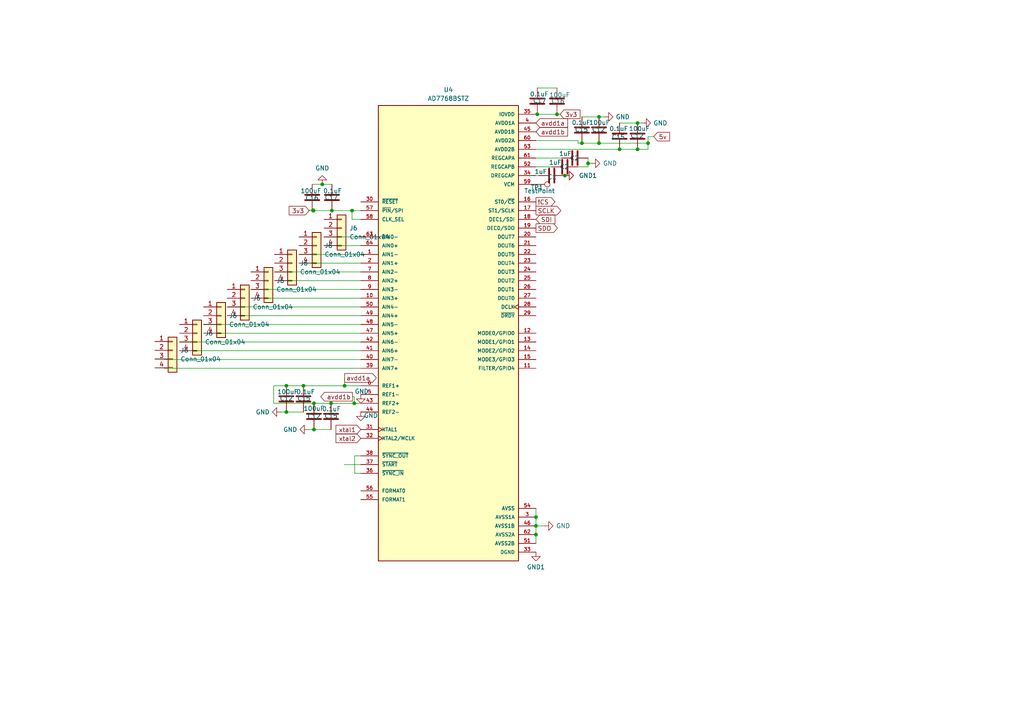
<source format=kicad_sch>
(kicad_sch (version 20230121) (generator eeschema)
  (paper "A4")
  (lib_symbols
    (symbol "Connector:TestPoint" (pin_numbers hide) (pin_names (offset 0.762) hide)
      (property "Reference" "TP" (at 0 6.858 0))
      (property "Value" "TestPoint" (at 0 5.08 0))
      (symbol "TestPoint_0_1"
        (circle (center 0 3.302) (radius 0.762))
      )
      (symbol "TestPoint_1_1"
        (pin passive line (at 0 0 90) (length 2.54) (name "1") (number "1"))
      )
    )
    (symbol "Connector_Generic:Conn_01x04" (pin_names (offset 1.016) hide)
      (property "Reference" "J" (at 0 5.08 0))
      (property "Value" "Conn_01x04" (at 0 -7.62 0))
      (symbol "Conn_01x04_1_1"
        (rectangle (start -1.27 -4.953) (end 0 -5.207) (stroke (width 0.1524)))
        (rectangle (start -1.27 -2.413) (end 0 -2.667) (stroke (width 0.1524)))
        (rectangle (start -1.27 0.127) (end 0 -0.127) (stroke (width 0.1524)))
        (rectangle (start -1.27 2.667) (end 0 2.413) (stroke (width 0.1524)))
        (rectangle (start -1.27 3.81) (end 1.27 -6.35) (stroke (width 0.254)) (fill (type background)))
        (pin passive line (at -5.08 2.54 0) (length 3.81) (name "Pin_1") (number "1"))
        (pin passive line (at -5.08 0 0) (length 3.81) (name "Pin_2") (number "2"))
        (pin passive line (at -5.08 -2.54 0) (length 3.81) (name "Pin_3") (number "3"))
        (pin passive line (at -5.08 -5.08 0) (length 3.81) (name "Pin_4") (number "4"))
      )
    )
    (symbol "Device:C" (pin_numbers hide) (pin_names (offset 0.254))
      (property "Reference" "C" (at 0.635 2.54 0))
      (property "Value" "C" (at 0.635 -2.54 0))
      (symbol "C_0_1"
        (polyline (pts (xy -2.032 -0.762) (xy 2.032 -0.762)) (stroke (width 0.508)))
        (polyline (pts (xy -2.032 0.762) (xy 2.032 0.762)) (stroke (width 0.508)))
      )
      (symbol "C_1_1"
        (pin passive line (at 0 3.81 270) (length 2.794) (name "~") (number "1"))
        (pin passive line (at 0 -3.81 90) (length 2.794) (name "~") (number "2"))
      )
    )
    (symbol "mainbox:AD7768BSTZ" (pin_names (offset 1.016))
      (property "Reference" "U" (at -20.32 68.58 0))
      (property "Value" "AD7768BSTZ" (at -20.32 -68.58 0))
      (symbol "AD7768BSTZ_0_0"
        (rectangle (start -20.32 -66.04) (end 20.32 66.04) (stroke (width 0.254)) (fill (type background)))
        (pin input line (at -25.4 22.86 0) (length 5.08) (name "AIN1-") (number "1"))
        (pin input line (at -25.4 10.16 0) (length 5.08) (name "AIN3+") (number "10"))
        (pin bidirectional line (at 25.4 -10.16 180) (length 5.08) (name "FILTER/GPIO4") (number "11"))
        (pin bidirectional line (at 25.4 0 180) (length 5.08) (name "MODE0/GPIO0") (number "12"))
        (pin bidirectional line (at 25.4 -2.54 180) (length 5.08) (name "MODE1/GPIO1") (number "13"))
        (pin bidirectional line (at 25.4 -5.08 180) (length 5.08) (name "MODE2/GPIO2") (number "14"))
        (pin bidirectional line (at 25.4 -7.62 180) (length 5.08) (name "MODE3/GPIO3") (number "15"))
        (pin input line (at 25.4 38.1 180) (length 5.08) (name "ST0/~{CS}") (number "16"))
        (pin input line (at 25.4 35.56 180) (length 5.08) (name "ST1/SCLK") (number "17"))
        (pin input line (at 25.4 33.02 180) (length 5.08) (name "DEC1/SDI") (number "18"))
        (pin bidirectional line (at 25.4 30.48 180) (length 5.08) (name "DEC0/SDO") (number "19"))
        (pin input line (at -25.4 20.32 0) (length 5.08) (name "AIN1+") (number "2"))
        (pin bidirectional line (at 25.4 27.94 180) (length 5.08) (name "DOUT7") (number "20"))
        (pin bidirectional line (at 25.4 25.4 180) (length 5.08) (name "DOUT6") (number "21"))
        (pin output line (at 25.4 22.86 180) (length 5.08) (name "DOUT5") (number "22"))
        (pin output line (at 25.4 20.32 180) (length 5.08) (name "DOUT4") (number "23"))
        (pin output line (at 25.4 17.78 180) (length 5.08) (name "DOUT3") (number "24"))
        (pin output line (at 25.4 15.24 180) (length 5.08) (name "DOUT2") (number "25"))
        (pin output line (at 25.4 12.7 180) (length 5.08) (name "DOUT1") (number "26"))
        (pin output line (at 25.4 10.16 180) (length 5.08) (name "DOUT0") (number "27"))
        (pin output clock (at 25.4 7.62 180) (length 5.08) (name "DCLK") (number "28"))
        (pin output line (at 25.4 5.08 180) (length 5.08) (name "~{DRDY}") (number "29"))
        (pin power_in line (at 25.4 -53.34 180) (length 5.08) (name "AVSS1A") (number "3"))
        (pin input line (at -25.4 38.1 0) (length 5.08) (name "~{RESET}") (number "30"))
        (pin input clock (at -25.4 -27.94 0) (length 5.08) (name "XTAL1") (number "31"))
        (pin input clock (at -25.4 -30.48 0) (length 5.08) (name "XTAL2/MCLK") (number "32"))
        (pin power_in line (at 25.4 -63.5 180) (length 5.08) (name "DGND") (number "33"))
        (pin power_in line (at 25.4 45.72 180) (length 5.08) (name "DREGCAP") (number "34"))
        (pin power_in line (at 25.4 63.5 180) (length 5.08) (name "IOVDD") (number "35"))
        (pin input line (at -25.4 -40.64 0) (length 5.08) (name "~{SYNC_IN}") (number "36"))
        (pin input line (at -25.4 -38.1 0) (length 5.08) (name "~{START}") (number "37"))
        (pin output line (at -25.4 -35.56 0) (length 5.08) (name "~{SYNC_OUT}") (number "38"))
        (pin input line (at -25.4 -10.16 0) (length 5.08) (name "AIN7+") (number "39"))
        (pin power_in line (at 25.4 60.96 180) (length 5.08) (name "AVDD1A") (number "4"))
        (pin input line (at -25.4 -7.62 0) (length 5.08) (name "AIN7-") (number "40"))
        (pin input line (at -25.4 -5.08 0) (length 5.08) (name "AIN6+") (number "41"))
        (pin input line (at -25.4 -2.54 0) (length 5.08) (name "AIN6-") (number "42"))
        (pin input line (at -25.4 -20.32 0) (length 5.08) (name "REF2+") (number "43"))
        (pin input line (at -25.4 -22.86 0) (length 5.08) (name "REF2-") (number "44"))
        (pin power_in line (at 25.4 58.42 180) (length 5.08) (name "AVDD1B") (number "45"))
        (pin power_in line (at 25.4 -55.88 180) (length 5.08) (name "AVSS1B") (number "46"))
        (pin input line (at -25.4 0 0) (length 5.08) (name "AIN5+") (number "47"))
        (pin input line (at -25.4 2.54 0) (length 5.08) (name "AIN5-") (number "48"))
        (pin input line (at -25.4 5.08 0) (length 5.08) (name "AIN4+") (number "49"))
        (pin input line (at -25.4 -17.78 0) (length 5.08) (name "REF1-") (number "5"))
        (pin input line (at -25.4 7.62 0) (length 5.08) (name "AIN4-") (number "50"))
        (pin power_in line (at 25.4 -60.96 180) (length 5.08) (name "AVSS2B") (number "51"))
        (pin power_in line (at 25.4 48.26 180) (length 5.08) (name "REGCAPB") (number "52"))
        (pin power_in line (at 25.4 53.34 180) (length 5.08) (name "AVDD2B") (number "53"))
        (pin power_in line (at 25.4 -50.8 180) (length 5.08) (name "AVSS") (number "54"))
        (pin input line (at -25.4 -48.26 0) (length 5.08) (name "FORMAT1") (number "55"))
        (pin input line (at -25.4 -45.72 0) (length 5.08) (name "FORMAT0") (number "56"))
        (pin input line (at -25.4 35.56 0) (length 5.08) (name "~{PIN}/SPI") (number "57"))
        (pin input line (at -25.4 33.02 0) (length 5.08) (name "CLK_SEL") (number "58"))
        (pin power_in line (at 25.4 43.18 180) (length 5.08) (name "VCM") (number "59"))
        (pin input line (at -25.4 -15.24 0) (length 5.08) (name "REF1+") (number "6"))
        (pin power_in line (at 25.4 55.88 180) (length 5.08) (name "AVDD2A") (number "60"))
        (pin power_in line (at 25.4 50.8 180) (length 5.08) (name "REGCAPA") (number "61"))
        (pin power_in line (at 25.4 -58.42 180) (length 5.08) (name "AVSS2A") (number "62"))
        (pin input line (at -25.4 27.94 0) (length 5.08) (name "AIN0-") (number "63"))
        (pin input line (at -25.4 25.4 0) (length 5.08) (name "AIN0+") (number "64"))
        (pin input line (at -25.4 17.78 0) (length 5.08) (name "AIN2-") (number "7"))
        (pin input line (at -25.4 15.24 0) (length 5.08) (name "AIN2+") (number "8"))
        (pin input line (at -25.4 12.7 0) (length 5.08) (name "AIN3-") (number "9"))
      )
    )
    (symbol "power:GND" (power) (pin_names (offset 0))
      (property "Value" "GND" (at 0 -3.81 0))
      (symbol "GND_0_1"
        (polyline (pts (xy 0 0) (xy 0 -1.27) (xy 1.27 -1.27) (xy 0 -2.54) (xy -1.27 -1.27) (xy 0 -1.27)))
      )
      (symbol "GND_1_1"
        (pin power_in line (at 0 0 270) (length 0) hide (name "GND") (number "1"))
      )
    )
    (symbol "power:GND1" (power) (pin_names (offset 0))
      (property "Value" "GND1" (at 0 -3.81 0))
      (symbol "GND1_0_1"
        (polyline (pts (xy 0 0) (xy 0 -1.27) (xy 1.27 -1.27) (xy 0 -2.54) (xy -1.27 -1.27) (xy 0 -1.27)))
      )
      (symbol "GND1_1_1"
        (pin power_in line (at 0 0 270) (length 0) hide (name "GND1") (number "1"))
      )
    )
  )
  (junction (at 155.448 155.067))
  (junction (at 83.058 119.507))
  (junction (at 90.932 61.087))
  (junction (at 91.059 116.967))
  (junction (at 173.736 33.909))
  (junction (at 187.96 41.529))
  (junction (at 90.805 60.96))
  (junction (at 184.912 35.687))
  (junction (at 170.561 47.371))
  (junction (at 163.83 50.927))
  (junction (at 155.448 149.987))
  (junction (at 161.544 33.147))
  (junction (at 155.448 152.527))
  (junction (at 173.736 41.529))
  (junction (at 99.949 111.887))
  (junction (at 168.783 41.529))
  (junction (at 83.058 111.887))
  (junction (at 93.472 53.467))
  (junction (at 96.266 61.087))
  (junction (at 179.705 43.307))
  (junction (at 184.912 43.307))
  (junction (at 90.805 61.087))
  (junction (at 88.011 111.887))
  (junction (at 155.829 33.147))
  (junction (at 91.059 124.587))
  (junction (at 96.012 116.967))
  (junction (at 102.743 116.967))
  (junction (at 102.108 61.087))
  (wire (pts (xy 89.662 61.087) (xy 89.789 61.087)))
  (wire (pts (xy 93.98 71.247) (xy 104.648 71.247)))
  (wire (pts (xy 162.433 33.147) (xy 161.544 33.147)))
  (wire (pts (xy 79.375 116.967) (xy 91.059 116.967)))
  (wire (pts (xy 86.741 76.327) (xy 104.648 76.327)))
  (wire (pts (xy 99.949 111.887) (xy 104.648 111.887)))
  (wire (pts (xy 155.448 43.307) (xy 179.705 43.307)))
  (wire (pts (xy 90.551 61.087) (xy 90.805 61.087)))
  (wire (pts (xy 47.625 106.68) (xy 47.625 106.807)))
  (wire (pts (xy 102.87 137.287) (xy 104.648 137.287)))
  (wire (pts (xy 59.055 94.107) (xy 104.648 94.107)))
  (wire (pts (xy 72.771 83.947) (xy 104.648 83.947)))
  (wire (pts (xy 44.958 106.68) (xy 47.625 106.68)))
  (wire (pts (xy 155.829 25.527) (xy 161.544 25.527)))
  (wire (pts (xy 167.64 40.767) (xy 167.64 41.529)))
  (wire (pts (xy 184.912 35.687) (xy 186.182 35.687)))
  (wire (pts (xy 89.789 60.96) (xy 90.805 60.96)))
  (wire (pts (xy 90.805 61.087) (xy 90.805 60.96)))
  (wire (pts (xy 155.448 155.067) (xy 155.448 157.607)))
  (wire (pts (xy 102.108 61.087) (xy 104.648 61.087)))
  (wire (pts (xy 99.822 134.747) (xy 104.648 134.747)))
  (wire (pts (xy 102.743 116.967) (xy 104.648 116.967)))
  (wire (pts (xy 99.949 109.601) (xy 99.949 111.887)))
  (wire (pts (xy 187.96 41.529) (xy 187.96 43.307)))
  (wire (pts (xy 160.02 48.387) (xy 155.448 48.387)))
  (wire (pts (xy 155.448 40.767) (xy 167.64 40.767)))
  (wire (pts (xy 155.448 152.527) (xy 157.861 152.527)))
  (wire (pts (xy 91.059 124.587) (xy 96.012 124.587)))
  (wire (pts (xy 90.551 53.467) (xy 93.472 53.467)))
  (wire (pts (xy 52.07 99.187) (xy 104.648 99.187)))
  (wire (pts (xy 47.752 104.267) (xy 104.648 104.267)))
  (wire (pts (xy 65.913 89.027) (xy 104.648 89.027)))
  (wire (pts (xy 173.736 41.529) (xy 187.96 41.529)))
  (wire (pts (xy 72.771 86.487) (xy 104.648 86.487)))
  (wire (pts (xy 89.789 61.087) (xy 89.789 60.96)))
  (wire (pts (xy 104.648 132.207) (xy 102.87 132.207)))
  (wire (pts (xy 102.108 63.627) (xy 104.648 63.627)))
  (wire (pts (xy 93.98 68.707) (xy 104.648 68.707)))
  (wire (pts (xy 88.011 119.507) (xy 83.058 119.507)))
  (wire (pts (xy 96.012 116.967) (xy 102.743 116.967)))
  (wire (pts (xy 65.913 91.567) (xy 104.648 91.567)))
  (wire (pts (xy 88.011 111.887) (xy 99.949 111.887)))
  (wire (pts (xy 83.058 119.507) (xy 81.534 119.507)))
  (wire (pts (xy 102.235 115.062) (xy 102.743 115.062)))
  (wire (pts (xy 170.561 48.387) (xy 170.561 47.371)))
  (wire (pts (xy 79.375 111.887) (xy 79.375 116.967)))
  (wire (pts (xy 44.958 104.14) (xy 47.752 104.14)))
  (wire (pts (xy 79.629 78.867) (xy 104.648 78.867)))
  (wire (pts (xy 102.87 132.207) (xy 102.87 137.287)))
  (wire (pts (xy 83.058 111.887) (xy 88.011 111.887)))
  (wire (pts (xy 155.829 33.147) (xy 155.448 33.147)))
  (wire (pts (xy 170.561 47.371) (xy 170.561 45.847)))
  (wire (pts (xy 170.561 47.371) (xy 171.45 47.371)))
  (wire (pts (xy 187.96 39.624) (xy 189.611 39.624)))
  (wire (pts (xy 179.705 43.307) (xy 184.912 43.307)))
  (wire (pts (xy 102.743 115.062) (xy 102.743 116.967)))
  (wire (pts (xy 168.783 41.529) (xy 173.736 41.529)))
  (wire (pts (xy 167.64 48.387) (xy 170.561 48.387)))
  (wire (pts (xy 90.932 61.087) (xy 96.266 61.087)))
  (wire (pts (xy 79.629 81.407) (xy 104.648 81.407)))
  (wire (pts (xy 86.741 73.787) (xy 104.648 73.787)))
  (wire (pts (xy 156.21 50.927) (xy 155.448 50.927)))
  (wire (pts (xy 167.64 41.529) (xy 168.783 41.529)))
  (wire (pts (xy 155.448 147.447) (xy 155.448 149.987)))
  (wire (pts (xy 90.932 61.087) (xy 90.932 60.96)))
  (wire (pts (xy 52.07 101.727) (xy 104.648 101.727)))
  (wire (pts (xy 91.059 116.967) (xy 96.012 116.967)))
  (wire (pts (xy 47.752 104.14) (xy 47.752 104.267)))
  (wire (pts (xy 102.108 61.087) (xy 102.108 63.627)))
  (wire (pts (xy 91.059 124.587) (xy 89.535 124.587)))
  (wire (pts (xy 79.375 111.887) (xy 83.058 111.887)))
  (wire (pts (xy 93.472 53.467) (xy 96.266 53.467)))
  (wire (pts (xy 179.705 35.687) (xy 184.912 35.687)))
  (wire (pts (xy 155.829 33.147) (xy 161.544 33.147)))
  (wire (pts (xy 155.448 152.527) (xy 155.448 155.067)))
  (wire (pts (xy 187.96 39.624) (xy 187.96 41.529)))
  (wire (pts (xy 162.941 45.847) (xy 155.448 45.847)))
  (wire (pts (xy 168.783 33.909) (xy 173.736 33.909)))
  (wire (pts (xy 96.266 61.087) (xy 102.108 61.087)))
  (wire (pts (xy 90.805 60.96) (xy 90.932 60.96)))
  (wire (pts (xy 47.625 106.807) (xy 104.648 106.807)))
  (wire (pts (xy 90.805 61.087) (xy 90.932 61.087)))
  (wire (pts (xy 184.912 43.307) (xy 187.96 43.307)))
  (wire (pts (xy 59.055 96.647) (xy 104.648 96.647)))
  (wire (pts (xy 173.736 33.909) (xy 175.26 33.909)))
  (wire (pts (xy 155.448 149.987) (xy 155.448 152.527)))
  (global_label "SDO" (shape output) (at 155.448 66.167 0) (property "Intersheetrefs" "${INTERSHEET_REFS}" (effects hide)))
  (global_label "avdd1a" (shape input) (at 155.448 35.687 0) (property "Intersheetrefs" "${INTERSHEET_REFS}" (effects hide)))
  (global_label "xtal1" (shape input) (at 104.648 124.587 180) (property "Intersheetrefs" "${INTERSHEET_REFS}" (effects hide)))
  (global_label "SDI" (shape input) (at 155.448 63.627 0) (property "Intersheetrefs" "${INTERSHEET_REFS}" (effects hide)))
  (global_label "avdd1b" (shape output) (at 102.235 115.062 180) (property "Intersheetrefs" "${INTERSHEET_REFS}" (effects hide)))
  (global_label "3v3" (shape input) (at 162.433 33.147 0) (property "Intersheetrefs" "${INTERSHEET_REFS}" (effects hide)))
  (global_label "!CS" (shape output) (at 155.448 58.547 0) (property "Intersheetrefs" "${INTERSHEET_REFS}" (effects hide)))
  (global_label "3v3" (shape input) (at 89.662 61.087 180) (property "Intersheetrefs" "${INTERSHEET_REFS}" (effects hide)))
  (global_label "avdd1b" (shape input) (at 155.448 38.227 0) (property "Intersheetrefs" "${INTERSHEET_REFS}" (effects hide)))
  (global_label "xtal2" (shape input) (at 104.648 127.127 180) (property "Intersheetrefs" "${INTERSHEET_REFS}" (effects hide)))
  (global_label "SCLK" (shape output) (at 155.448 61.087 0) (property "Intersheetrefs" "${INTERSHEET_REFS}" (effects hide)))
  (global_label "avdd1a" (shape output) (at 99.949 109.601 0) (property "Intersheetrefs" "${INTERSHEET_REFS}" (effects hide)))
  (global_label "5v" (shape input) (at 189.611 39.624 0) (property "Intersheetrefs" "${INTERSHEET_REFS}" (effects hide)))
  (symbol (lib_id "mainbox:AD7768BSTZ") (at 130.048 96.647 0) (unit 1)
    (property "Reference" "U4" (at 130.048 26.035 0))
    (property "Value" "AD7768BSTZ" (at 130.048 28.575 0))
    (property "Footprint" "mainboxfp:QFP50P1200X1200X160-64N" (effects hide))
    (property "PARTREV" "C" (effects hide))
    (property "STANDARD" "IPC-7351B" (effects hide))
    (property "MAXIMUM_PACKAGE_HEIGHT" "1.60mm" (effects hide))
    (property "MANUFACTURER" "Analog Devices" (effects hide))
    (instances (project "mainbox" (path "" (reference "U4") (unit 1)) (path "" (reference "U6") (unit 1))))
  )
  (symbol (lib_id "Connector_Generic:Conn_01x04") (at 77.851 81.407 0) (unit 1)
    (property "Reference" "J6" (at 80.137 81.407 0) (effects (justify left)))
    (property "Value" "Conn_01x04" (at 80.137 83.947 0) (effects (justify left)))
    (instances (project "mainbox" (path "" (reference "J6") (unit 1)) (path "" (reference "J15") (unit 1))))
  )
  (symbol (lib_id "Connector_Generic:Conn_01x04") (at 91.821 71.247 0) (unit 1)
    (property "Reference" "J6" (at 94.107 71.247 0) (effects (justify left)))
    (property "Value" "Conn_01x04" (at 94.107 73.787 0) (effects (justify left)))
    (instances (project "mainbox" (path "" (reference "J6") (unit 1)) (path "" (reference "J17") (unit 1))))
  )
  (symbol (lib_id "power:GND") (at 104.648 114.427 0) (unit 1)
    (property "Reference" "#PWR016" (effects hide))
    (property "Value" "GND" (at 104.902 113.538 0))
    (instances (project "AD7768_breakout" (path "" (reference "#PWR016") (unit 1))) (project "mainbox" (path "" (reference "#PWR029") (unit 1)) (path "" (reference "#PWR042") (unit 1))))
  )
  (symbol (lib_id "Connector_Generic:Conn_01x04") (at 64.135 91.567 0) (unit 1)
    (property "Reference" "J6" (at 66.421 91.567 0) (effects (justify left)))
    (property "Value" "Conn_01x04" (at 66.421 94.107 0) (effects (justify left)))
    (instances (project "mainbox" (path "" (reference "J6") (unit 1)) (path "" (reference "J13") (unit 1))))
  )
  (symbol (lib_id "Connector_Generic:Conn_01x04") (at 70.993 86.487 0) (unit 1)
    (property "Reference" "J6" (at 73.279 86.487 0) (effects (justify left)))
    (property "Value" "Conn_01x04" (at 73.279 89.027 0) (effects (justify left)))
    (instances (project "mainbox" (path "" (reference "J6") (unit 1)) (path "" (reference "J14") (unit 1))))
  )
  (symbol (lib_id "Device:C") (at 90.551 57.277 0) (mirror x) (unit 1)
    (property "Reference" "C16" (at 92.456 57.404 0) (effects (justify right)))
    (property "Value" "100uF" (at 93.218 55.372 0) (effects (justify right)))
    (property "Footprint" "Capacitor_SMD:C_0603_1608Metric" (effects hide))
    (instances (project "AD7768_breakout" (path "" (reference "C16") (unit 1))) (project "mainbox" (path "" (reference "C25") (unit 1)) (path "" (reference "C17") (unit 1))))
  )
  (symbol (lib_id "power:GND1") (at 163.83 50.927 90) (unit 1)
    (property "Reference" "#PWR02" (effects hide))
    (property "Value" "GND1" (at 167.894 50.927 90) (effects (justify right)))
    (instances (project "AD7768_breakout" (path "" (reference "#PWR02") (unit 1))) (project "mainbox" (path "" (reference "#PWR023") (unit 1)) (path "" (reference "#PWR046") (unit 1))))
  )
  (symbol (lib_id "power:GND1") (at 163.83 50.927 90) (unit 1)
    (property "Reference" "#PWR022" (effects hide))
    (property "Value" "GND1" (at 167.894 50.927 90) (effects (justify right)))
    (instances (project "mainbox" (path "" (reference "#PWR022") (unit 1)) (path "" (reference "#PWR047") (unit 1))))
  )
  (symbol (lib_id "Device:C") (at 88.011 115.697 0) (unit 1)
    (property "Reference" "C15" (at 88.138 115.57 0))
    (property "Value" "0.1uF" (at 88.646 113.665 0))
    (property "Footprint" "Capacitor_SMD:C_0603_1608Metric" (effects hide))
    (instances (project "AD7768_breakout" (path "" (reference "C15") (unit 1))) (project "mainbox" (path "" (reference "C18") (unit 1)) (path "" (reference "C15") (unit 1))))
  )
  (symbol (lib_id "Device:C") (at 163.83 48.387 90) (unit 1)
    (property "Reference" "C2" (at 163.703 48.387 90))
    (property "Value" "1uF" (at 161.036 47.117 90))
    (property "Footprint" "Capacitor_SMD:C_0603_1608Metric" (effects hide))
    (instances (project "AD7768_breakout" (path "" (reference "C2") (unit 1))) (project "mainbox" (path "" (reference "C12") (unit 1)) (path "" (reference "C32") (unit 1))))
  )
  (symbol (lib_id "Device:C") (at 168.783 37.719 180) (unit 1)
    (property "Reference" "C15" (at 168.656 37.592 0))
    (property "Value" "0.1uF" (at 168.529 35.56 0))
    (property "Footprint" "Capacitor_SMD:C_0603_1608Metric" (effects hide))
    (instances (project "AD7768_breakout" (path "" (reference "C15") (unit 1))) (project "mainbox" (path "" (reference "C16") (unit 1)) (path "" (reference "C34") (unit 1))))
  )
  (symbol (lib_id "Device:C") (at 91.059 120.777 180) (unit 1)
    (property "Reference" "C12" (at 91.059 120.777 0))
    (property "Value" "100uF" (at 91.059 118.491 0))
    (property "Footprint" "Capacitor_SMD:C_0603_1608Metric" (effects hide))
    (instances (project "AD7768_breakout" (path "" (reference "C12") (unit 1))) (project "mainbox" (path "" (reference "C20") (unit 1)) (path "" (reference "C26") (unit 1))))
  )
  (symbol (lib_id "power:GND") (at 186.182 35.687 90) (unit 1)
    (property "Reference" "#PWR016" (effects hide))
    (property "Value" "GND" (at 189.484 35.687 90) (effects (justify right)))
    (instances (project "AD7768_breakout" (path "" (reference "#PWR016") (unit 1))) (project "mainbox" (path "" (reference "#PWR020") (unit 1)) (path "" (reference "#PWR050") (unit 1))))
  )
  (symbol (lib_id "Device:C") (at 83.058 115.697 180) (unit 1)
    (property "Reference" "C12" (at 83.058 115.57 0))
    (property "Value" "100uF" (at 83.439 113.665 0))
    (property "Footprint" "Capacitor_SMD:C_0603_1608Metric" (effects hide))
    (instances (project "AD7768_breakout" (path "" (reference "C12") (unit 1))) (project "mainbox" (path "" (reference "C19") (unit 1)) (path "" (reference "C8") (unit 1))))
  )
  (symbol (lib_id "Connector_Generic:Conn_01x04") (at 84.709 76.327 0) (unit 1)
    (property "Reference" "J6" (at 86.995 76.327 0) (effects (justify left)))
    (property "Value" "Conn_01x04" (at 86.995 78.867 0) (effects (justify left)))
    (instances (project "mainbox" (path "" (reference "J6") (unit 1)) (path "" (reference "J16") (unit 1))))
  )
  (symbol (lib_id "power:GND") (at 157.861 152.527 90) (unit 1)
    (property "Reference" "#PWR017" (effects hide))
    (property "Value" "GND" (at 161.29 152.527 90) (effects (justify right)))
    (instances (project "mainbox" (path "" (reference "#PWR017") (unit 1)) (path "" (reference "#PWR045") (unit 1))))
  )
  (symbol (lib_id "Device:C") (at 161.544 29.337 180) (unit 1)
    (property "Reference" "C16" (at 159.893 29.337 0) (effects (justify right)))
    (property "Value" "100uF" (at 159.258 27.559 0) (effects (justify right)))
    (property "Footprint" "Capacitor_SMD:C_0603_1608Metric" (effects hide))
    (instances (project "AD7768_breakout" (path "" (reference "C16") (unit 1))) (project "mainbox" (path "" (reference "C10") (unit 1)) (path "" (reference "C31") (unit 1))))
  )
  (symbol (lib_id "power:GND1") (at 155.448 160.147 0) (unit 1)
    (property "Reference" "#PWR019" (effects hide))
    (property "Value" "GND1" (at 155.448 164.465 0))
    (instances (project "mainbox" (path "" (reference "#PWR019") (unit 1)) (path "" (reference "#PWR044") (unit 1))))
  )
  (symbol (lib_id "power:GND") (at 104.648 119.507 0) (unit 1)
    (property "Reference" "#PWR016" (effects hide))
    (property "Value" "GND" (at 107.569 120.523 0))
    (instances (project "AD7768_breakout" (path "" (reference "#PWR016") (unit 1))) (project "mainbox" (path "" (reference "#PWR028") (unit 1)) (path "" (reference "#PWR043") (unit 1))))
  )
  (symbol (lib_id "power:GND") (at 175.26 33.909 90) (unit 1)
    (property "Reference" "#PWR016" (effects hide))
    (property "Value" "GND" (at 178.562 33.909 90) (effects (justify right)))
    (instances (project "AD7768_breakout" (path "" (reference "#PWR016") (unit 1))) (project "mainbox" (path "" (reference "#PWR026") (unit 1)) (path "" (reference "#PWR049") (unit 1))))
  )
  (symbol (lib_id "Device:C") (at 155.829 29.337 180) (unit 1)
    (property "Reference" "C17" (at 154.559 29.21 0) (effects (justify right)))
    (property "Value" "0.1uF" (at 153.67 27.305 0) (effects (justify right)))
    (property "Footprint" "Capacitor_SMD:C_0603_1608Metric" (effects hide))
    (instances (project "AD7768_breakout" (path "" (reference "C17") (unit 1))) (project "mainbox" (path "" (reference "C9") (unit 1)) (path "" (reference "C29") (unit 1))))
  )
  (symbol (lib_id "Connector_Generic:Conn_01x04") (at 50.038 101.6 0) (unit 1)
    (property "Reference" "J6" (at 52.324 101.6 0) (effects (justify left)))
    (property "Value" "Conn_01x04" (at 52.324 104.14 0) (effects (justify left)))
    (instances (project "mainbox" (path "" (reference "J6") (unit 1)) (path "" (reference "J10") (unit 1))))
  )
  (symbol (lib_id "Connector:TestPoint") (at 155.448 53.467 270) (unit 1)
    (property "Reference" "TP1" (at 153.924 54.356 90) (effects (justify left)))
    (property "Value" "TestPoint" (at 152.019 55.372 90) (effects (justify left)))
    (property "Footprint" "TestPoint:TestPoint_Pad_1.5x1.5mm" (effects hide))
    (instances (project "AD7768_breakout" (path "" (reference "TP1") (unit 1))) (project "mainbox" (path "" (reference "TP1") (unit 1)) (path "" (reference "TP2") (unit 1))))
  )
  (symbol (lib_id "Device:C") (at 96.266 57.277 0) (mirror x) (unit 1)
    (property "Reference" "C17" (at 98.044 57.277 0) (effects (justify right)))
    (property "Value" "0.1uF" (at 99.187 55.372 0) (effects (justify right)))
    (property "Footprint" "Capacitor_SMD:C_0603_1608Metric" (effects hide))
    (instances (project "AD7768_breakout" (path "" (reference "C17") (unit 1))) (project "mainbox" (path "" (reference "C24") (unit 1)) (path "" (reference "C28") (unit 1))))
  )
  (symbol (lib_id "Device:C") (at 184.912 39.497 0) (unit 1)
    (property "Reference" "C12" (at 184.785 39.37 0))
    (property "Value" "100uF" (at 185.42 37.338 0))
    (property "Footprint" "Capacitor_SMD:C_0603_1608Metric" (effects hide))
    (instances (project "AD7768_breakout" (path "" (reference "C12") (unit 1))) (project "mainbox" (path "" (reference "C7") (unit 1)) (path "" (reference "C37") (unit 1))))
  )
  (symbol (lib_id "Device:C") (at 166.751 45.847 90) (unit 1)
    (property "Reference" "C2" (at 166.624 45.847 90))
    (property "Value" "1uF" (at 163.957 44.577 90))
    (property "Footprint" "Capacitor_SMD:C_0603_1608Metric" (effects hide))
    (instances (project "AD7768_breakout" (path "" (reference "C2") (unit 1))) (project "mainbox" (path "" (reference "C6") (unit 1)) (path "" (reference "C33") (unit 1))))
  )
  (symbol (lib_id "Device:C") (at 160.02 50.927 90) (unit 1)
    (property "Reference" "C1" (at 160.147 51.308 90))
    (property "Value" "1uF" (at 156.845 49.784 90))
    (property "Footprint" "Capacitor_SMD:C_0603_1608Metric" (effects hide))
    (instances (project "AD7768_breakout" (path "" (reference "C1") (unit 1))) (project "mainbox" (path "" (reference "C11") (unit 1)) (path "" (reference "C30") (unit 1))))
  )
  (symbol (lib_id "power:GND") (at 93.472 53.467 180) (unit 1)
    (property "Reference" "#PWR03" (effects hide))
    (property "Value" "GND" (at 93.472 48.768 0))
    (instances (project "AD7768_breakout" (path "" (reference "#PWR03") (unit 1))) (project "mainbox" (path "" (reference "#PWR034") (unit 1)) (path "" (reference "#PWR041") (unit 1))))
  )
  (symbol (lib_id "power:GND") (at 81.534 119.507 270) (unit 1)
    (property "Reference" "#PWR016" (effects hide))
    (property "Value" "GND" (at 78.232 119.507 90) (effects (justify right)))
    (instances (project "AD7768_breakout" (path "" (reference "#PWR016") (unit 1))) (project "mainbox" (path "" (reference "#PWR025") (unit 1)) (path "" (reference "#PWR039") (unit 1))))
  )
  (symbol (lib_id "Device:C") (at 179.705 39.497 180) (unit 1)
    (property "Reference" "C15" (at 179.324 39.751 0))
    (property "Value" "0.1uF" (at 179.451 37.338 0))
    (property "Footprint" "Capacitor_SMD:C_0603_1608Metric" (effects hide))
    (instances (project "AD7768_breakout" (path "" (reference "C15") (unit 1))) (project "mainbox" (path "" (reference "C14") (unit 1)) (path "" (reference "C36") (unit 1))))
  )
  (symbol (lib_id "Connector_Generic:Conn_01x04") (at 57.15 96.647 0) (unit 1)
    (property "Reference" "J6" (at 59.436 96.647 0) (effects (justify left)))
    (property "Value" "Conn_01x04" (at 59.436 99.187 0) (effects (justify left)))
    (instances (project "mainbox" (path "" (reference "J6") (unit 1)) (path "" (reference "J11") (unit 1))))
  )
  (symbol (lib_id "Connector_Generic:Conn_01x04") (at 99.06 66.167 0) (unit 1)
    (property "Reference" "J6" (at 101.346 66.167 0) (effects (justify left)))
    (property "Value" "Conn_01x04" (at 101.346 68.707 0) (effects (justify left)))
    (instances (project "mainbox" (path "" (reference "J6") (unit 1)) (path "" (reference "J18") (unit 1))))
  )
  (symbol (lib_id "power:GND") (at 171.45 47.371 90) (unit 1)
    (property "Reference" "#PWR03" (effects hide))
    (property "Value" "GND" (at 174.879 47.371 90) (effects (justify right)))
    (instances (project "AD7768_breakout" (path "" (reference "#PWR03") (unit 1))) (project "mainbox" (path "" (reference "#PWR024") (unit 1)) (path "" (reference "#PWR048") (unit 1))))
  )
  (symbol (lib_id "Device:C") (at 173.736 37.719 0) (unit 1)
    (property "Reference" "C12" (at 173.609 37.592 0))
    (property "Value" "100uF" (at 173.863 35.56 0))
    (property "Footprint" "Capacitor_SMD:C_0603_1608Metric" (effects hide))
    (instances (project "AD7768_breakout" (path "" (reference "C12") (unit 1))) (project "mainbox" (path "" (reference "C13") (unit 1)) (path "" (reference "C35") (unit 1))))
  )
  (symbol (lib_id "power:GND") (at 89.535 124.587 270) (unit 1)
    (property "Reference" "#PWR016" (effects hide))
    (property "Value" "GND" (at 86.233 124.587 90) (effects (justify right)))
    (instances (project "AD7768_breakout" (path "" (reference "#PWR016") (unit 1))) (project "mainbox" (path "" (reference "#PWR027") (unit 1)) (path "" (reference "#PWR040") (unit 1))))
  )
  (symbol (lib_id "Device:C") (at 96.012 120.777 0) (unit 1)
    (property "Reference" "C15" (at 96.012 120.65 0))
    (property "Value" "0.1uF" (at 96.139 118.618 0))
    (property "Footprint" "Capacitor_SMD:C_0603_1608Metric" (effects hide))
    (instances (project "AD7768_breakout" (path "" (reference "C15") (unit 1))) (project "mainbox" (path "" (reference "C21") (unit 1)) (path "" (reference "C27") (unit 1))))
  )
)
</source>
